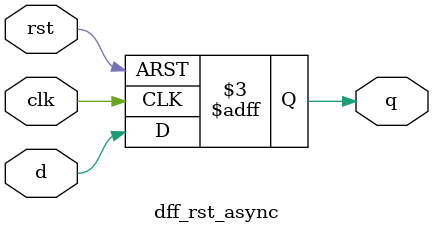
<source format=v>
module dff_rst_async
(input d,clk,rst,
 output reg q);

always @ (posedge clk, negedge rst)
begin
	if(!rst)
	q<=1'b0;
	else
	q<=d;
end
endmodule


</source>
